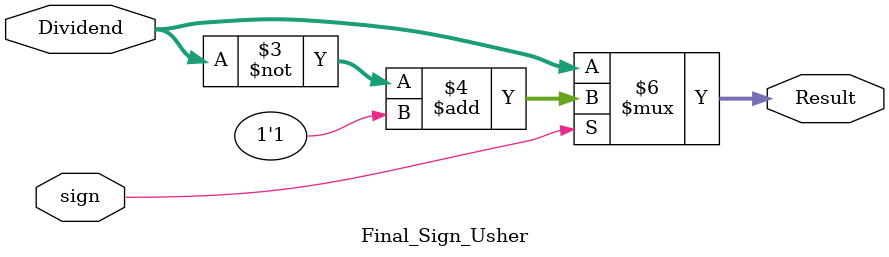
<source format=sv>
`timescale 1ns / 1ps


module Final_Sign_Usher #(parameter Word_length = 32) (
    input reg [Word_length-1:0] Dividend,
    input reg sign,
    output reg [Word_length-1:0] Result
    );

    always @*
      begin
        if(sign == 1'b1) //'
          begin
            Result = ~Dividend + 1'b1; //'
          end
        else
          begin
            Result = Dividend;
          end
      end

endmodule

</source>
